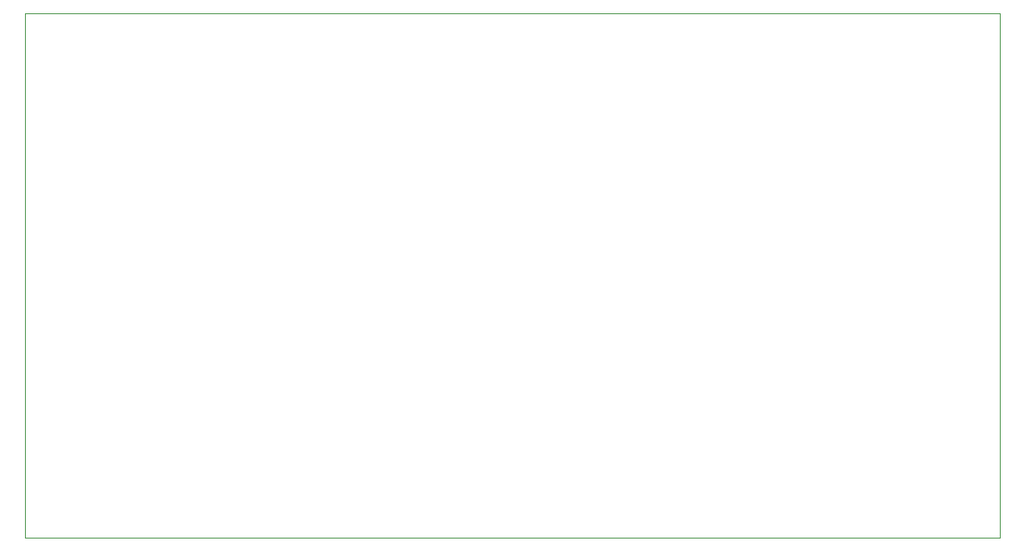
<source format=gm1>
G04 #@! TF.GenerationSoftware,KiCad,Pcbnew,(5.1.6)-1*
G04 #@! TF.CreationDate,2020-06-03T08:14:21+09:00*
G04 #@! TF.ProjectId,NADN___,4e41444e-62d8-4512-9e6b-696361645f70,rev?*
G04 #@! TF.SameCoordinates,Original*
G04 #@! TF.FileFunction,Profile,NP*
%FSLAX46Y46*%
G04 Gerber Fmt 4.6, Leading zero omitted, Abs format (unit mm)*
G04 Created by KiCad (PCBNEW (5.1.6)-1) date 2020-06-03 08:14:21*
%MOMM*%
%LPD*%
G01*
G04 APERTURE LIST*
G04 #@! TA.AperFunction,Profile*
%ADD10C,0.050000*%
G04 #@! TD*
G04 APERTURE END LIST*
D10*
X178435000Y-106680000D02*
X145415000Y-106680000D01*
X145415000Y-106680000D02*
X112395000Y-106680000D01*
X112395000Y-106680000D02*
X79375000Y-106680000D01*
X145415000Y-53340000D02*
X178435000Y-53340000D01*
X112395000Y-53340000D02*
X145415000Y-53340000D01*
X178435000Y-88900000D02*
X178435000Y-106680000D01*
X178435000Y-71120000D02*
X178435000Y-88900000D01*
X178435000Y-53340000D02*
X178435000Y-71120000D01*
X79375000Y-106680000D02*
X79375000Y-88900000D01*
X79375000Y-88900000D02*
X79375000Y-71120000D01*
X79375000Y-71120000D02*
X79375000Y-53340000D01*
X79375000Y-53340000D02*
X112395000Y-53340000D01*
M02*

</source>
